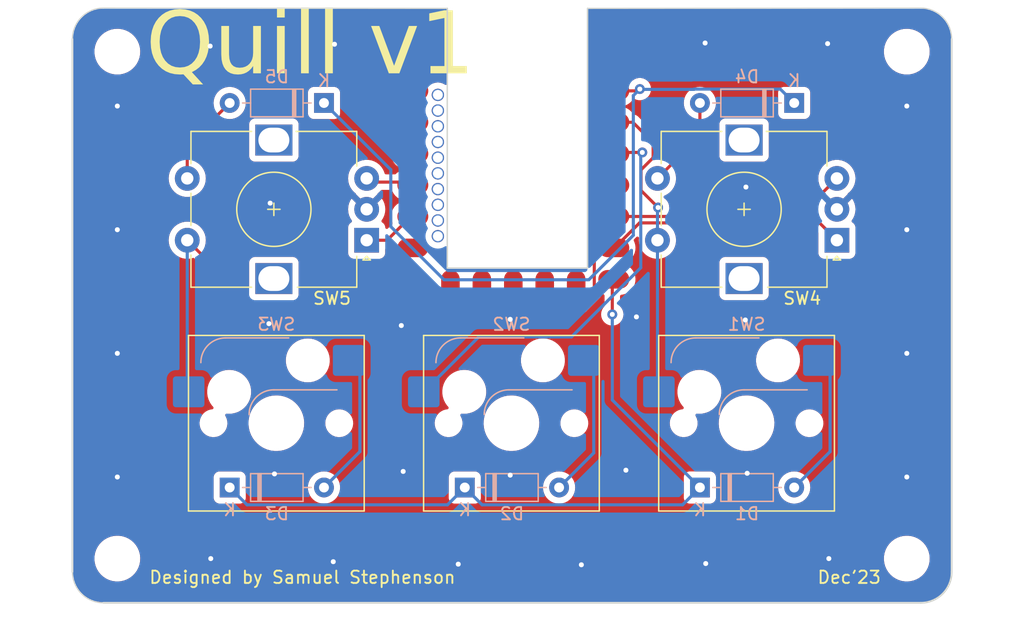
<source format=kicad_pcb>
(kicad_pcb (version 20221018) (generator pcbnew)
  (layers (0 "F.Cu" signal) (31 "B.Cu" signal) (34 "B.Paste" user) (35 "F.Paste" user) (36 "B.SilkS" user "B.Silkscreen") (37 "F.SilkS" user "F.Silkscreen") (38 "B.Mask" user) (39 "F.Mask" user) (44 "Edge.Cuts" user))
  (net 0 "")
  (net 1 "Row1")
  (net 2 "Net-(D2-A)")
  (net 3 "Net-(D3-A)")
  (net 4 "Net-(D4-A)")
  (net 5 "Net-(D5-A)")
  (net 6 "Col1")
  (net 7 "Col2")
  (net 8 "Col3")
  (net 9 "ENC1A")
  (net 10 "ENC1B")
  (net 11 "GND")
  (net 12 "ENC2A")
  (net 13 "ENC2B")
  (net 14 "unconnected-(U1-GP1_UART0_RX-Pad1)")
  (net 27 "/SW1")
  (net 28 "Row2")
  (footprint "MountingHole:MountingHole_3.2mm_M3" (layer "F.Cu") (at 87.5 131.75)
    (fp_text reference "MH3" hide)
    (fp_text value "MountingHole_3.2mm_M3")
    (pad "" np_thru_hole circle (at 0 0) (size 3.2 3.2) (drill 3.2) (layers "*.Cu" "*.Mask"))
  )
  (footprint "Rotary_Encoder:RotaryEncoder_Alps_EC12E-Switch_Vertical_H20mm" (layer "F.Cu") (at 145.65 106 180)
    (fp_text reference "SW4" (at 2.8 -4.7) (layer "F.SilkS"))
    (fp_text value "RotaryEncoder_Switch")
    (fp_line (start -0.3 -1.6) (end 0.3 -1.6) (stroke (width 0.12)) (layer "F.SilkS"))
    (fp_line (start 0 -1.3) (end -0.3 -1.6) (stroke (width 0.12)) (layer "F.SilkS"))
    (fp_line (start 0.3 -1.6) (end 0 -1.3) (stroke (width 0.12)) (layer "F.SilkS"))
    (fp_line (start 0.8 -3.8) (end 0.8 -1.3) (stroke (width 0.12)) (layer "F.SilkS"))
    (fp_line (start 0.8 8.8) (end 0.8 6) (stroke (width 0.12)) (layer "F.SilkS"))
    (fp_line (start 5.6 -3.8) (end 0.8 -3.8) (stroke (width 0.12)) (layer "F.SilkS"))
    (fp_line (start 5.7 8.8) (end 0.8 8.8) (stroke (width 0.12)) (layer "F.SilkS"))
    (fp_line (start 7 2.5) (end 8 2.5) (stroke (width 0.12)) (layer "F.SilkS"))
    (fp_line (start 7.5 2) (end 7.5 3) (stroke (width 0.12)) (layer "F.SilkS"))
    (fp_line (start 9.3 -3.8) (end 14.2 -3.8) (stroke (width 0.12)) (layer "F.SilkS"))
    (fp_line (start 14.2 -3.8) (end 14.2 -1.2) (stroke (width 0.12)) (layer "F.SilkS"))
    (fp_line (start 14.2 1.2) (end 14.2 3.8) (stroke (width 0.12)) (layer "F.SilkS"))
    (fp_line (start 14.2 6.2) (end 14.2 8.8) (stroke (width 0.12)) (layer "F.SilkS"))
    (fp_line (start 14.2 8.8) (end 9.3 8.8) (stroke (width 0.12)) (layer "F.SilkS"))
    (fp_circle (center 7.5 2.5) (end 10.5 2.5) (stroke (width 0.12)) (fill none) (layer "F.SilkS"))
    (pad "A" thru_hole rect (at 0 0 180) (size 2 2) (drill 1) (layers "*.Cu" "*.Mask") (net 9 "ENC1A"))
    (pad "B" thru_hole circle (at 0 5 180) (size 2 2) (drill 1) (layers "*.Cu" "*.Mask") (net 10 "ENC1B"))
    (pad "C" thru_hole circle (at 0 2.5 180) (size 2 2) (drill 1) (layers "*.Cu" "*.Mask") (net 11 "GND"))
    (pad "MP" thru_hole rect (at 7.5 -3.1 180) (size 3 2.5) (drill oval 2.5 2) (layers "*.Cu" "*.Mask"))
    (pad "MP" thru_hole rect (at 7.5 8.1 180) (size 3 2.5) (drill oval 2.5 2) (layers "*.Cu" "*.Mask"))
    (pad "S1" thru_hole circle (at 14.5 0 180) (size 2 2) (drill 1) (layers "*.Cu" "*.Mask") (net 6 "Col1"))
    (pad "S2" thru_hole circle (at 14.5 5 180) (size 2 2) (drill 1) (layers "*.Cu" "*.Mask") (net 4 "Net-(D4-A)"))
  )
  (footprint "MountingHole:MountingHole_3.2mm_M3" (layer "F.Cu") (at 151.3 90.75)
    (fp_text reference "MH2" hide)
    (fp_text value "MountingHole_3.2mm_M3")
    (pad "" np_thru_hole circle (at 0 0) (size 3.2 3.2) (drill 3.2) (layers "*.Cu" "*.Mask"))
  )
  (footprint "MountingHole:MountingHole_3.2mm_M3" (layer "F.Cu") (at 87.5 90.75)
    (fp_text reference "MH1" hide)
    (fp_text value "MountingHole_3.2mm_M3")
    (pad "" np_thru_hole circle (at 0 0) (size 3.2 3.2) (drill 3.2) (layers "*.Cu" "*.Mask"))
  )
  (footprint "MountingHole:MountingHole_3.2mm_M3" (layer "F.Cu") (at 151.3 131.75)
    (fp_text reference "MH4" hide)
    (fp_text value "MountingHole_3.2mm_M3")
    (pad "" np_thru_hole circle (at 0 0) (size 3.2 3.2) (drill 3.2) (layers "*.Cu" "*.Mask"))
  )
  (footprint "mcu:rp2040-zero-smd-pads" (layer "F.Cu") (at 119.5 99)
    (fp_text reference "U1" hide)
    (fp_text value "~" hide)
    (fp_line (start -5.334 -11.75) (end -5.334 9.25) (stroke (width 0.12)) (layer "Edge.Cuts"))
    (fp_line (start -5.334 9.25) (end 6 9.25) (stroke (width 0.12)) (layer "Edge.Cuts"))
    (fp_line (start 6 9.25) (end 6 -11.75) (stroke (width 0.12)) (layer "Edge.Cuts"))
    (pad "0" smd oval (at 7.62 -10.16 180) (size 2.5 1.5) (drill (offset -0.5 0)) (layers "F.Cu" "F.Paste" "F.Mask"))
    (pad "1" smd oval (at 7.62 -7.62 180) (size 2.5 1.5) (drill (offset -0.5 0)) (layers "F.Cu" "F.Paste" "F.Mask") (net 14 "unconnected-(U1-GP1_UART0_RX-Pad1)"))
    (pad "2" smd oval (at 7.62 -5.08 180) (size 2.5 1.5) (drill (offset -0.5 0)) (layers "F.Cu" "F.Paste" "F.Mask") (net 28 "Row2"))
    (pad "3" smd oval (at 7.62 -2.54 180) (size 2.5 1.5) (drill (offset -0.5 0)) (layers "F.Cu" "F.Paste" "F.Mask") (net 6 "Col1"))
    (pad "3V3" smd oval (at -7.62 -5.08) (size 2.5 1.5) (drill (offset -0.5 0)) (layers "F.Cu" "F.Paste" "F.Mask"))
    (pad "4" smd oval (at 7.62 0 180) (size 2.5 1.5) (drill (offset -0.5 0)) (layers "F.Cu" "F.Paste" "F.Mask") (net 7 "Col2"))
    (pad "5" smd oval (at 7.62 2.54 180) (size 2.5 1.5) (drill (offset -0.5 0)) (layers "F.Cu" "F.Paste" "F.Mask") (net 8 "Col3"))
    (pad "5V" smd oval (at -7.62 -10.16) (size 2.5 1.5) (drill (offset -0.5 0)) (layers "F.Cu" "F.Paste" "F.Mask"))
    (pad "6" smd oval (at 7.62 5.08 180) (size 2.5 1.5) (drill (offset -0.5 0)) (layers "F.Cu" "F.Paste" "F.Mask") (net 10 "ENC1B"))
    (pad "7" smd oval (at 7.62 7.62 180) (size 2.5 1.5) (drill (offset -0.5 0)) (layers "F.Cu" "F.Paste" "F.Mask") (net 9 "ENC1A"))
    (pad "8" smd oval (at 7.62 10.16 180) (size 2.5 1.5) (drill (offset -0.5 0)) (layers "F.Cu" "F.Paste" "F.Mask") (net 1 "Row1"))
    (pad "9" smd oval (at 5.08 10.16 90) (size 2.5 1.5) (drill (offset -0.5 0)) (layers "F.Cu" "F.Paste" "F.Mask"))
    (pad "10" smd oval (at 2.54 10.16 90) (size 2.5 1.5) (drill (offset -0.5 0)) (layers "F.Cu" "F.Paste" "F.Mask"))
    (pad "11" smd oval (at 0 10.16 90) (size 2.5 1.5) (drill (offset -0.5 0)) (layers "F.Cu" "F.Paste" "F.Mask"))
    (pad "12" smd oval (at -2.54 10.16 90) (size 2.5 1.5) (drill (offset -0.5 0)) (layers "F.Cu" "F.Paste" "F.Mask"))
    (pad "13" smd oval (at -5.08 10.16 90) (size 2.5 1.5) (drill (offset -0.5 0)) (layers "F.Cu" "F.Paste" "F.Mask"))
    (pad "14" smd oval (at -7.62 10.16) (size 2.5 1.5) (drill (offset -0.5 0)) (layers "F.Cu" "F.Paste" "F.Mask"))
    (pad "15" smd oval (at -7.62 7.62) (size 2.5 1.5) (drill (offset -0.5 0)) (layers "F.Cu" "F.Paste" "F.Mask"))
    (pad "17" thru_hole circle (at -6.096 6.674) (size 1 1) (drill 0.8) (layers "*.Cu" "*.Mask") (net 12 "ENC2A"))
    (pad "18" thru_hole circle (at -6.096 5.404) (size 1 1) (drill 0.8) (layers "*.Cu" "*.Mask") (net 13 "ENC2B"))
    (pad "19" thru_hole circle (at -6.096 4.134) (size 1 1) (drill 0.8) (layers "*.Cu" "*.Mask"))
    (pad "20" thru_hole circle (at -6.096 2.864) (size 1 1) (drill 0.8) (layers "*.Cu" "*.Mask"))
    (pad "21" thru_hole circle (at -6.096 1.594) (size 1 1) (drill 0.8) (layers "*.Cu" "*.Mask"))
    (pad "22" thru_hole circle (at -6.096 0.324) (size 1 1) (drill 0.8) (layers "*.Cu" "*.Mask") (net 11 "GND"))
    (pad "23" thru_hole circle (at -6.096 -0.946) (size 1 1) (drill 0.8) (layers "*.Cu" "*.Mask"))
    (pad "24" thru_hole circle (at -6.096 -2.216) (size 1 1) (drill 0.8) (layers "*.Cu" "*.Mask"))
    (pad "25" thru_hole circle (at -6.096 -3.486) (size 1 1) (drill 0.8) (layers "*.Cu" "*.Mask"))
    (pad "26" smd oval (at -7.62 5.08) (size 2.5 1.5) (drill (offset -0.5 0)) (layers "F.Cu" "F.Paste" "F.Mask") (net 12 "ENC2A"))
    (pad "27" smd oval (at -7.62 2.54) (size 2.5 1.5) (drill (offset -0.5 0)) (layers "F.Cu" "F.Paste" "F.Mask") (net 13 "ENC2B"))
    (pad "28" smd oval (at -7.62 0) (size 2.5 1.5) (drill (offset -0.5 0)) (layers "F.Cu" "F.Paste" "F.Mask"))
    (pad "29" smd oval (at -7.62 -2.54) (size 2.5 1.5) (drill (offset -0.5 0)) (layers "F.Cu" "F.Paste" "F.Mask"))
    (pad "GND" smd oval (at -7.62 -7.62) (size 2.5 1.5) (drill (offset -0.5 0)) (layers "F.Cu" "F.Paste" "F.Mask"))
    (pad "GND" thru_hole circle (at -6.096 -4.756) (size 1 1) (drill 0.8) (layers "*.Cu" "*.Mask"))
  )
  (footprint "Rotary_Encoder:RotaryEncoder_Alps_EC12E-Switch_Vertical_H20mm" (layer "F.Cu") (at 107.65 106 180)
    (fp_text reference "SW5" (at 2.8 -4.7) (layer "F.SilkS"))
    (fp_text value "RotaryEncoder_Switch")
    (fp_line (start -0.3 -1.6) (end 0.3 -1.6) (stroke (width 0.12)) (layer "F.SilkS"))
    (fp_line (start 0 -1.3) (end -0.3 -1.6) (stroke (width 0.12)) (layer "F.SilkS"))
    (fp_line (start 0.3 -1.6) (end 0 -1.3) (stroke (width 0.12)) (layer "F.SilkS"))
    (fp_line (start 0.8 -3.8) (end 0.8 -1.3) (stroke (width 0.12)) (layer "F.SilkS"))
    (fp_line (start 0.8 8.8) (end 0.8 6) (stroke (width 0.12)) (layer "F.SilkS"))
    (fp_line (start 5.6 -3.8) (end 0.8 -3.8) (stroke (width 0.12)) (layer "F.SilkS"))
    (fp_line (start 5.7 8.8) (end 0.8 8.8) (stroke (width 0.12)) (layer "F.SilkS"))
    (fp_line (start 7 2.5) (end 8 2.5) (stroke (width 0.12)) (layer "F.SilkS"))
    (fp_line (start 7.5 2) (end 7.5 3) (stroke (width 0.12)) (layer "F.SilkS"))
    (fp_line (start 9.3 -3.8) (end 14.2 -3.8) (stroke (width 0.12)) (layer "F.SilkS"))
    (fp_line (start 14.2 -3.8) (end 14.2 -1.2) (stroke (width 0.12)) (layer "F.SilkS"))
    (fp_line (start 14.2 1.2) (end 14.2 3.8) (stroke (width 0.12)) (layer "F.SilkS"))
    (fp_line (start 14.2 6.2) (end 14.2 8.8) (stroke (width 0.12)) (layer "F.SilkS"))
    (fp_line (start 14.2 8.8) (end 9.3 8.8) (stroke (width 0.12)) (layer "F.SilkS"))
    (fp_circle (center 7.5 2.5) (end 10.5 2.5) (stroke (width 0.12)) (fill none) (layer "F.SilkS"))
    (pad "A" thru_hole rect (at 0 0 180) (size 2 2) (drill 1) (layers "*.Cu" "*.Mask") (net 12 "ENC2A"))
    (pad "B" thru_hole circle (at 0 5 180) (size 2 2) (drill 1) (layers "*.Cu" "*.Mask") (net 13 "ENC2B"))
    (pad "C" thru_hole circle (at 0 2.5 180) (size 2 2) (drill 1) (layers "*.Cu" "*.Mask") (net 11 "GND"))
    (pad "MP" thru_hole rect (at 7.5 -3.1 180) (size 3 2.5) (drill oval 2.5 2) (layers "*.Cu" "*.Mask"))
    (pad "MP" thru_hole rect (at 7.5 8.1 180) (size 3 2.5) (drill oval 2.5 2) (layers "*.Cu" "*.Mask"))
    (pad "S1" thru_hole circle (at 14.5 0 180) (size 2 2) (drill 1) (layers "*.Cu" "*.Mask") (net 8 "Col3"))
    (pad "S2" thru_hole circle (at 14.5 5 180) (size 2 2) (drill 1) (layers "*.Cu" "*.Mask") (net 5 "Net-(D5-A)"))
  )
  (footprint "Diode_THT:D_DO-35_SOD27_P7.62mm_Horizontal" (layer "B.Cu") (at 104.2 94.9 180)
    (fp_text reference "D5" (at 3.81 2.12) (layer "B.SilkS") (effects (justify mirror)))
    (fp_text value "1N4148")
    (fp_text user "K" (at 0 1.8) (layer "B.SilkS") (effects (justify mirror)))
    (fp_line (start 1.04 0) (end 1.69 0) (stroke (width 0.12)) (layer "B.SilkS"))
    (fp_line (start 1.69 -1.12) (end 5.93 -1.12) (stroke (width 0.12)) (layer "B.SilkS"))
    (fp_line (start 1.69 1.12) (end 1.69 -1.12) (stroke (width 0.12)) (layer "B.SilkS"))
    (fp_line (start 2.29 1.12) (end 2.29 -1.12) (stroke (width 0.12)) (layer "B.SilkS"))
    (fp_line (start 2.41 1.12) (end 2.41 -1.12) (stroke (width 0.12)) (layer "B.SilkS"))
    (fp_line (start 2.53 1.12) (end 2.53 -1.12) (stroke (width 0.12)) (layer "B.SilkS"))
    (fp_line (start 5.93 -1.12) (end 5.93 1.12) (stroke (width 0.12)) (layer "B.SilkS"))
    (fp_line (start 5.93 1.12) (end 1.69 1.12) (stroke (width 0.12)) (layer "B.SilkS"))
    (fp_line (start 6.58 0) (end 5.93 0) (stroke (width 0.12)) (layer "B.SilkS"))
    (pad "1" thru_hole rect (at 0 0 180) (size 1.6 1.6) (drill 0.8) (layers "*.Cu" "*.Mask") (net 28 "Row2"))
    (pad "2" thru_hole oval (at 7.62 0 180) (size 1.6 1.6) (drill 0.8) (layers "*.Cu" "*.Mask") (net 5 "Net-(D5-A)"))
  )
  (footprint "Diode_THT:D_DO-35_SOD27_P7.62mm_Horizontal" (layer "B.Cu") (at 134.58 126)
    (fp_text reference "D1" (at 3.81 2.12) (layer "B.SilkS") (effects (justify mirror)))
    (fp_text value "1N4148")
    (fp_text user "K" (at 0 1.8) (layer "B.SilkS") (effects (justify mirror)))
    (fp_line (start 1.04 0) (end 1.69 0) (stroke (width 0.12)) (layer "B.SilkS"))
    (fp_line (start 1.69 -1.12) (end 5.93 -1.12) (stroke (width 0.12)) (layer "B.SilkS"))
    (fp_line (start 1.69 1.12) (end 1.69 -1.12) (stroke (width 0.12)) (layer "B.SilkS"))
    (fp_line (start 2.29 1.12) (end 2.29 -1.12) (stroke (width 0.12)) (layer "B.SilkS"))
    (fp_line (start 2.41 1.12) (end 2.41 -1.12) (stroke (width 0.12)) (layer "B.SilkS"))
    (fp_line (start 2.53 1.12) (end 2.53 -1.12) (stroke (width 0.12)) (layer "B.SilkS"))
    (fp_line (start 5.93 -1.12) (end 5.93 1.12) (stroke (width 0.12)) (layer "B.SilkS"))
    (fp_line (start 5.93 1.12) (end 1.69 1.12) (stroke (width 0.12)) (layer "B.SilkS"))
    (fp_line (start 6.58 0) (end 5.93 0) (stroke (width 0.12)) (layer "B.SilkS"))
    (pad "1" thru_hole rect (at 0 0) (size 1.6 1.6) (drill 0.8) (layers "*.Cu" "*.Mask") (net 1 "Row1"))
    (pad "2" thru_hole oval (at 7.62 0) (size 1.6 1.6) (drill 0.8) (layers "*.Cu" "*.Mask") (net 27 "/SW1"))
  )
  (footprint "Diode_THT:D_DO-35_SOD27_P7.62mm_Horizontal" (layer "B.Cu") (at 142.2 94.9 180)
    (fp_text reference "D4" (at 3.81 2.12) (layer "B.SilkS") (effects (justify mirror)))
    (fp_text value "1N4148")
    (fp_text user "K" (at 0 1.8) (layer "B.SilkS") (effects (justify mirror)))
    (fp_line (start 1.04 0) (end 1.69 0) (stroke (width 0.12)) (layer "B.SilkS"))
    (fp_line (start 1.69 -1.12) (end 5.93 -1.12) (stroke (width 0.12)) (layer "B.SilkS"))
    (fp_line (start 1.69 1.12) (end 1.69 -1.12) (stroke (width 0.12)) (layer "B.SilkS"))
    (fp_line (start 2.29 1.12) (end 2.29 -1.12) (stroke (width 0.12)) (layer "B.SilkS"))
    (fp_line (start 2.41 1.12) (end 2.41 -1.12) (stroke (width 0.12)) (layer "B.SilkS"))
    (fp_line (start 2.53 1.12) (end 2.53 -1.12) (stroke (width 0.12)) (layer "B.SilkS"))
    (fp_line (start 5.93 -1.12) (end 5.93 1.12) (stroke (width 0.12)) (layer "B.SilkS"))
    (fp_line (start 5.93 1.12) (end 1.69 1.12) (stroke (width 0.12)) (layer "B.SilkS"))
    (fp_line (start 6.58 0) (end 5.93 0) (stroke (width 0.12)) (layer "B.SilkS"))
    (pad "1" thru_hole rect (at 0 0 180) (size 1.6 1.6) (drill 0.8) (layers "*.Cu" "*.Mask") (net 28 "Row2"))
    (pad "2" thru_hole oval (at 7.62 0 180) (size 1.6 1.6) (drill 0.8) (layers "*.Cu" "*.Mask") (net 4 "Net-(D4-A)"))
  )
  (footprint "Diode_THT:D_DO-35_SOD27_P7.62mm_Horizontal" (layer "B.Cu") (at 115.58 126)
    (fp_text reference "D2" (at 3.81 2.12) (layer "B.SilkS") (effects (justify mirror)))
    (fp_text value "1N4148")
    (fp_text user "K" (at 0 1.8) (layer "B.SilkS") (effects (justify mirror)))
    (fp_line (start 1.04 0) (end 1.69 0) (stroke (width 0.12)) (layer "B.SilkS"))
    (fp_line (start 1.69 -1.12) (end 5.93 -1.12) (stroke (width 0.12)) (layer "B.SilkS"))
    (fp_line (start 1.69 1.12) (end 1.69 -1.12) (stroke (width 0.12)) (layer "B.SilkS"))
    (fp_line (start 2.29 1.12) (end 2.29 -1.12) (stroke (width 0.12)) (layer "B.SilkS"))
    (fp_line (start 2.41 1.12) (end 2.41 -1.12) (stroke (width 0.12)) (layer "B.SilkS"))
    (fp_line (start 2.53 1.12) (end 2.53 -1.12) (stroke (width 0.12)) (layer "B.SilkS"))
    (fp_line (start 5.93 -1.12) (end 5.93 1.12) (stroke (width 0.12)) (layer "B.SilkS"))
    (fp_line (start 5.93 1.12) (end 1.69 1.12) (stroke (width 0.12)) (layer "B.SilkS"))
    (fp_line (start 6.58 0) (end 5.93 0) (stroke (width 0.12)) (layer "B.SilkS"))
    (pad "1" thru_hole rect (at 0 0) (size 1.6 1.6) (drill 0.8) (layers "*.Cu" "*.Mask") (net 1 "Row1"))
    (pad "2" thru_hole oval (at 7.62 0) (size 1.6 1.6) (drill 0.8) (layers "*.Cu" "*.Mask") (net 2 "Net-(D2-A)"))
  )
  (footprint "Diode_THT:D_DO-35_SOD27_P7.62mm_Horizontal" (layer "B.Cu") (at 96.58 126)
    (fp_text reference "D3" (at 3.81 2.12) (layer "B.SilkS") (effects (justify mirror)))
    (fp_text value "1N4148")
    (fp_text user "K" (at 0 1.8) (layer "B.SilkS") (effects (justify mirror)))
    (fp_line (start 1.04 0) (end 1.69 0) (stroke (width 0.12)) (layer "B.SilkS"))
    (fp_line (start 1.69 -1.12) (end 5.93 -1.12) (stroke (width 0.12)) (layer "B.SilkS"))
    (fp_line (start 1.69 1.12) (end 1.69 -1.12) (stroke (width 0.12)) (layer "B.SilkS"))
    (fp_line (start 2.29 1.12) (end 2.29 -1.12) (stroke (width 0.12)) (layer "B.SilkS"))
    (fp_line (start 2.41 1.12) (end 2.41 -1.12) (stroke (width 0.12)) (layer "B.SilkS"))
    (fp_line (start 2.53 1.12) (end 2.53 -1.12) (stroke (width 0.12)) (layer "B.SilkS"))
    (fp_line (start 5.93 -1.12) (end 5.93 1.12) (stroke (width 0.12)) (layer "B.SilkS"))
    (fp_line (start 5.93 1.12) (end 1.69 1.12) (stroke (width 0.12)) (layer "B.SilkS"))
    (fp_line (start 6.58 0) (end 5.93 0) (stroke (width 0.12)) (layer "B.SilkS"))
    (pad "1" thru_hole rect (at 0 0) (size 1.6 1.6) (drill 0.8) (layers "*.Cu" "*.Mask") (net 1 "Row1"))
    (pad "2" thru_hole oval (at 7.62 0) (size 1.6 1.6) (drill 0.8) (layers "*.Cu" "*.Mask") (net 3 "Net-(D3-A)"))
  )
  (footprint "PCM_Switch_Keyboard_Hotswap_Kailh:SW_Hotswap_Kailh_MX_1.00u" (layer "B.Cu") (at 99.75 117)
    (fp_text reference "SW3" (at 0.6 -4.200001) (layer "B.SilkS") (effects (justify mirror)))
    (fp_text value "SW_SPST")
    (fp_line (start -3.5 -3.100001) (end 1.6 -3.100001) (stroke (width 0.12)) (layer "B.SilkS"))
    (fp_line (start 0.4 1.099999) (end 5.5 1.099999) (stroke (width 0.12)) (layer "B.SilkS"))
    (fp_arc (start -5.5 -1.100001) (mid -4.914214 -2.514215) (end -3.5 -3.100001) (stroke (width 0.12)) (layer "B.SilkS"))
    (fp_arc (start -1.6 3.099999) (mid -1.014214 1.685785) (end 0.4 1.099999) (stroke (width 0.12)) (layer "B.SilkS"))
    (fp_line (start -6.5 -3.300001) (end -6.5 10.899999) (stroke (width 0.12)) (layer "F.SilkS"))
    (fp_line (start -6.5 10.899999) (end 7.7 10.899999) (stroke (width 0.12)) (layer "F.SilkS"))
    (fp_line (start 7.7 -3.300001) (end -6.5 -3.300001) (stroke (width 0.12)) (layer "F.SilkS"))
    (fp_line (start 7.7 10.899999) (end 7.7 -3.300001) (stroke (width 0.12)) (layer "F.SilkS"))
    (pad "" np_thru_hole circle (at -4.48 3.799999 180) (size 1.75 1.75) (drill 1.75) (layers "*.Cu" "*.Mask"))
    (pad "" np_thru_hole circle (at -3.21 1.259999 180) (size 3.05 3.05) (drill 3.05) (layers "*.Cu" "*.Mask"))
    (pad "" np_thru_hole circle (at 0.6 3.799999 180) (size 4 4) (drill 4) (layers "*.Cu" "*.Mask"))
    (pad "" np_thru_hole circle (at 3.14 -1.280001 180) (size 3.05 3.05) (drill 3.05) (layers "*.Cu" "*.Mask"))
    (pad "" np_thru_hole circle (at 5.68 3.799999 180) (size 1.75 1.75) (drill 1.75) (layers "*.Cu" "*.Mask"))
    (pad "1" smd roundrect (at -6.485 1.259999 180) (size 2.55 2.5) (layers "B.Cu" "B.Paste" "B.Mask") (roundrect_rratio 0.1) (net 8 "Col3"))
    (pad "2" smd roundrect (at 6.442 -1.280001 180) (size 2.55 2.5) (layers "B.Cu" "B.Paste" "B.Mask") (roundrect_rratio 0.1) (net 3 "Net-(D3-A)"))
  )
  (footprint "PCM_Switch_Keyboard_Hotswap_Kailh:SW_Hotswap_Kailh_MX_1.00u" (layer "B.Cu") (at 118.75 117)
    (fp_text reference "SW2" (at 0.6 -4.200001) (layer "B.SilkS") (effects (justify mirror)))
    (fp_text value "SW_SPST")
    (fp_line (start -3.5 -3.100001) (end 1.6 -3.100001) (stroke (width 0.12)) (layer "B.SilkS"))
    (fp_line (start 0.4 1.099999) (end 5.5 1.099999) (stroke (width 0.12)) (layer "B.SilkS"))
    (fp_arc (start -5.5 -1.100001) (mid -4.914214 -2.514215) (end -3.5 -3.100001) (stroke (width 0.12)) (layer "B.SilkS"))
    (fp_arc (start -1.6 3.099999) (mid -1.014214 1.685785) (end 0.4 1.099999) (stroke (width 0.12)) (layer "B.SilkS"))
    (fp_line (start -6.5 -3.300001) (end -6.5 10.899999) (stroke (width 0.12)) (layer "F.SilkS"))
    (fp_line (start -6.5 10.899999) (end 7.7 10.899999) (stroke (width 0.12)) (layer "F.SilkS"))
    (fp_line (start 7.7 -3.300001) (end -6.5 -3.300001) (stroke (width 0.12)) (layer "F.SilkS"))
    (fp_line (start 7.7 10.899999) (end 7.7 -3.300001) (stroke (width 0.12)) (layer "F.SilkS"))
    (pad "" np_thru_hole circle (at -4.48 3.799999 180) (size 1.75 1.75) (drill 1.75) (layers "*.Cu" "*.Mask"))
    (pad "" np_thru_hole circle (at -3.21 1.259999 180) (size 3.05 3.05) (drill 3.05) (layers "*.Cu" "*.Mask"))
    (pad "" np_thru_hole circle (at 0.6 3.799999 180) (size 4 4) (drill 4) (layers "*.Cu" "*.Mask"))
    (pad "" np_thru_hole circle (at 3.14 -1.280001 180) (size 3.05 3.05) (drill 3.05) (layers "*.Cu" "*.Mask"))
    (pad "" np_thru_hole circle (at 5.68 3.799999 180) (size 1.75 1.75) (drill 1.75) (layers "*.Cu" "*.Mask"))
    (pad "1" smd roundrect (at -6.485 1.259999 180) (size 2.55 2.5) (layers "B.Cu" "B.Paste" "B.Mask") (roundrect_rratio 0.1) (net 7 "Col2"))
    (pad "2" smd roundrect (at 6.442 -1.280001 180) (size 2.55 2.5) (layers "B.Cu" "B.Paste" "B.Mask") (roundrect_rratio 0.1) (net 2 "Net-(D2-A)"))
  )
  (footprint "PCM_Switch_Keyboard_Hotswap_Kailh:SW_Hotswap_Kailh_MX_1.00u" (layer "B.Cu") (at 137.75 117)
    (fp_text reference "SW1" (at 0.6 -4.200001) (layer "B.SilkS") (effects (justify mirror)))
    (fp_text value "SW_SPST")
    (fp_line (start -3.5 -3.100001) (end 1.6 -3.100001) (stroke (width 0.12)) (layer "B.SilkS"))
    (fp_line (start 0.4 1.099999) (end 5.5 1.099999) (stroke (width 0.12)) (layer "B.SilkS"))
    (fp_arc (start -5.5 -1.100001) (mid -4.914214 -2.514215) (end -3.5 -3.100001) (stroke (width 0.12)) (layer "B.SilkS"))
    (fp_arc (start -1.6 3.099999) (mid -1.014214 1.685785) (end 0.4 1.099999) (stroke (width 0.12)) (layer "B.SilkS"))
    (fp_line (start -6.5 -3.300001) (end -6.5 10.899999) (stroke (width 0.12)) (layer "F.SilkS"))
    (fp_line (start -6.5 10.899999) (end 7.7 10.899999) (stroke (width 0.12)) (layer "F.SilkS"))
    (fp_line (start 7.7 -3.300001) (end -6.5 -3.300001) (stroke (width 0.12)) (layer "F.SilkS"))
    (fp_line (start 7.7 10.899999) (end 7.7 -3.300001) (stroke (width 0.12)) (layer "F.SilkS"))
    (pad "" np_thru_hole circle (at -4.48 3.799999 180) (size 1.75 1.75) (drill 1.75) (layers "*.Cu" "*.Mask"))
    (pad "" np_thru_hole circle (at -3.21 1.259999 180) (size 3.05 3.05) (drill 3.05) (layers "*.Cu" "*.Mask"))
    (pad "" np_thru_hole circle (at 0.6 3.799999 180) (size 4 4) (drill 4) (layers "*.Cu" "*.Mask"))
    (pad "" np_thru_hole circle (at 3.14 -1.280001 180) (size 3.05 3.05) (drill 3.05) (layers "*.Cu" "*.Mask"))
    (pad "" np_thru_hole circle (at 5.68 3.799999 180) (size 1.75 1.75) (drill 1.75) (layers "*.Cu" "*.Mask"))
    (pad "1" smd roundrect (at -6.485 1.259999 180) (size 2.55 2.5) (layers "B.Cu" "B.Paste" "B.Mask") (roundrect_rratio 0.1) (net 6 "Col1"))
    (pad "2" smd roundrect (at 6.442 -1.280001 180) (size 2.55 2.5) (layers "B.Cu" "B.Paste" "B.Mask") (roundrect_rratio 0.1) (net 27 "/SW1"))
  )
  (gr_arc (start 83.875 89.725) (mid 84.607233 87.957234) (end 86.375 87.225) (stroke (width 0.1)) (layer "Edge.Cuts"))
  (gr_line (start 114.166 87.25) (end 86.375 87.225) (stroke (width 0.1)) (layer "Edge.Cuts"))
  (gr_line (start 125.5 87.25) (end 152.425 87.225) (stroke (width 0.1)) (layer "Edge.Cuts"))
  (gr_line (start 154.925 132.825) (end 154.925 89.725) (stroke (width 0.15)) (layer "Edge.Cuts"))
  (gr_arc (start 152.425 87.225) (mid 154.192766 87.957233) (end 154.925 89.725) (stroke (width 0.1)) (layer "Edge.Cuts"))
  (gr_line (start 86.375 135.325) (end 152.425 135.325) (stroke (width 0.15)) (layer "Edge.Cuts"))
  (gr_line (start 83.875 89.725) (end 83.875 132.825) (stroke (width 0.15)) (layer "Edge.Cuts"))
  (gr_arc (start 86.375 135.325) (mid 84.607234 134.592767) (end 83.875 132.825) (stroke (width 0.1)) (layer "Edge.Cuts"))
  (gr_arc (start 154.925 132.825) (mid 154.192767 134.592766) (end 152.425 135.325) (stroke (width 0.15)) (layer "Edge.Cuts"))
  (gr_text "Quill v1" (at 89.8 93.35) (layer "F.SilkS") (effects (font (size 5 5)) (justify left bottom)))
  (gr_text "Designed by Samuel Stephenson" (at 90 133.85) (layer "F.SilkS") (effects (font (size 1 1)) (justify left bottom)))
  (gr_text "Dec'23" (at 144 133.85) (layer "F.SilkS") (effects (font (size 1 1)) (justify left bottom)))
  (segment (start 127.5 109.54) (end 127.12 109.16) (width 0.25) (layer "F.Cu") (net 1))
  (segment (start 127.5 112) (end 127.5 109.54) (width 0.25) (layer "F.Cu") (net 1))
  (via (at 127.5 112) (size 0.8) (drill 0.4) (layers "F.Cu" "B.Cu") (net 1))
  (segment (start 114.18 127.4) (end 97.98 127.4) (width 0.25) (layer "B.Cu") (net 1))
  (segment (start 133.18 127.4) (end 116.98 127.4) (width 0.25) (layer "B.Cu") (net 1))
  (segment (start 97.98 127.4) (end 96.58 126) (width 0.25) (layer "B.Cu") (net 1))
  (segment (start 116.98 127.4) (end 115.58 126) (width 0.25) (layer "B.Cu") (net 1))
  (segment (start 127.5 118.92) (end 127.5 112) (width 0.25) (layer "B.Cu") (net 1))
  (segment (start 134.58 126) (end 127.5 118.92) (width 0.25) (layer "B.Cu") (net 1))
  (segment (start 115.58 126) (end 114.18 127.4) (width 0.25) (layer "B.Cu") (net 1))
  (segment (start 134.58 126) (end 133.18 127.4) (width 0.25) (layer "B.Cu") (net 1))
  (segment (start 126 116.527999) (end 126 123.2) (width 0.25) (layer "B.Cu") (net 2))
  (segment (start 126 123.2) (end 123.2 126) (width 0.25) (layer "B.Cu") (net 2))
  (segment (start 125.192 115.719999) (end 126 116.527999) (width 0.25) (layer "B.Cu") (net 2))
  (segment (start 107.1 116.627999) (end 107.1 123.1) (width 0.25) (layer "B.Cu") (net 3))
  (segment (start 107.1 123.1) (end 104.2 126) (width 0.25) (layer "B.Cu") (net 3))
  (segment (start 106.192 115.719999) (end 107.1 116.627999) (width 0.25) (layer "B.Cu") (net 3))
  (segment (start 134.58 97.57) (end 134.58 94.9) (width 0.25) (layer "F.Cu") (net 4))
  (segment (start 131.15 101) (end 134.58 97.57) (width 0.25) (layer "F.Cu") (net 4))
  (segment (start 93.15 101) (end 93.15 98.33) (width 0.25) (layer "F.Cu") (net 5))
  (segment (start 93.15 98.33) (end 96.58 94.9) (width 0.25) (layer "F.Cu") (net 5))
  (segment (start 129.825 100.300305) (end 130.8 99.325305) (width 0.25) (layer "F.Cu") (net 6))
  (segment (start 129.16 96.46) (end 127.12 96.46) (width 0.25) (layer "F.Cu") (net 6))
  (segment (start 130.8 99.325305) (end 130.8 98.1) (width 0.25) (layer "F.Cu") (net 6))
  (segment (start 131.2 103.3555) (end 129.825 101.9805) (width 0.25) (layer "F.Cu") (net 6))
  (segment (start 129.825 101.9805) (end 129.825 100.300305) (width 0.25) (layer "F.Cu") (net 6))
  (segment (start 130.8 98.1) (end 129.16 96.46) (width 0.25) (layer "F.Cu") (net 6))
  (via (at 131.2 103.3555) (size 0.8) (drill 0.4) (layers "F.Cu" "B.Cu") (net 6))
  (segment (start 131.15 103.4055) (end 131.15 106) (width 0.25) (layer "B.Cu") (net 6))
  (segment (start 131.15 118.144999) (end 131.15 106) (width 0.25) (layer "B.Cu") (net 6))
  (segment (start 131.2 103.3555) (end 131.15 103.4055) (width 0.25) (layer "B.Cu") (net 6))
  (segment (start 131.265 118.259999) (end 131.15 118.144999) (width 0.25) (layer "B.Cu") (net 6))
  (segment (start 129.9245 98.9) (end 127.22 98.9) (width 0.25) (layer "F.Cu") (net 7))
  (segment (start 127.22 98.9) (end 127.12 99) (width 0.25) (layer "F.Cu") (net 7))
  (via (at 129.9245 98.9) (size 0.8) (drill 0.4) (layers "F.Cu" "B.Cu") (net 7))
  (segment (start 129.8 108.225) (end 124.205001 113.819999) (width 0.25) (layer "B.Cu") (net 7))
  (segment (start 129.9245 98.9) (end 129.8 99.0245) (width 0.25) (layer "B.Cu") (net 7))
  (segment (start 116.705 113.819999) (end 112.265 118.259999) (width 0.25) (layer "B.Cu") (net 7))
  (segment (start 129.8 99.0245) (end 129.8 108.225) (width 0.25) (layer "B.Cu") (net 7))
  (segment (start 124.205001 113.819999) (end 116.705 113.819999) (width 0.25) (layer "B.Cu") (net 7))
  (segment (start 98.45 111.3) (end 93.15 106) (width 0.25) (layer "F.Cu") (net 8))
  (segment (start 127.12 101.54) (end 126.045 102.615) (width 0.25) (layer "F.Cu") (net 8))
  (segment (start 126.045 110.21528) (end 124.96028 111.3) (width 0.25) (layer "F.Cu") (net 8))
  (segment (start 126.045 102.615) (end 126.045 110.21528) (width 0.25) (layer "F.Cu") (net 8))
  (segment (start 124.96028 111.3) (end 98.45 111.3) (width 0.25) (layer "F.Cu") (net 8))
  (segment (start 93.265 118.259999) (end 93.15 118.144999) (width 0.25) (layer "B.Cu") (net 8))
  (segment (start 93.15 118.144999) (end 93.15 106) (width 0.25) (layer "B.Cu") (net 8))
  (segment (start 129.7 104.6) (end 127.68 106.62) (width 0.25) (layer "F.Cu") (net 9))
  (segment (start 127.68 106.62) (end 127.12 106.62) (width 0.25) (layer "F.Cu") (net 9))
  (segment (start 144.25 104.6) (end 129.7 104.6) (width 0.25) (layer "F.Cu") (net 9))
  (segment (start 145.65 106) (end 144.25 104.6) (width 0.25) (layer "F.Cu") (net 9))
  (segment (start 145.65 101) (end 142.57 104.08) (width 0.25) (layer "F.Cu") (net 10))
  (segment (start 142.57 104.08) (end 127.12 104.08) (width 0.25) (layer "F.Cu") (net 10))
  (via (at 87.5 105.15) (size 0.8) (drill 0.4) (layers "F.Cu" "B.Cu") (net 11))
  (via (at 125 132.25) (size 0.8) (drill 0.4) (layers "F.Cu" "B.Cu") (net 11))
  (via (at 135.05 132.15) (size 0.8) (drill 0.4) (layers "F.Cu" "B.Cu") (net 11))
  (via (at 138.25 112.45) (size 0.8) (drill 0.4) (layers "F.Cu" "B.Cu") (net 11))
  (via (at 99.85 103) (size 0.8) (drill 0.4) (layers "F.Cu" "B.Cu") (net 11))
  (via (at 138.4 124.85) (size 0.8) (drill 0.4) (layers "F.Cu" "B.Cu") (net 11))
  (via (at 115.05 132.2) (size 0.8) (drill 0.4) (layers "F.Cu" "B.Cu") (net 11))
  (via (at 151.3 105.15) (size 0.8) (drill 0.4) (layers "F.Cu" "B.Cu") (net 11))
  (via (at 95 90.3) (size 0.8) (drill 0.4) (layers "F.Cu" "B.Cu") (net 11))
  (via (at 151.3 125.15) (size 0.8) (drill 0.4) (layers "F.Cu" "B.Cu") (net 11))
  (via (at 119.25 112.4) (size 0.8) (drill 0.4) (layers "F.Cu" "B.Cu") (net 11))
  (via (at 119.25 125) (size 0.8) (drill 0.4) (layers "F.Cu" "B.Cu") (net 11))
  (via (at 110.6 124.7) (size 0.8) (drill 0.4) (layers "F.Cu" "B.Cu") (net 11))
  (via (at 145 131.75) (size 0.8) (drill 0.4) (layers "F.Cu" "B.Cu") (net 11))
  (via (at 95.05 131.75) (size 0.8) (drill 0.4) (layers "F.Cu" "B.Cu") (net 11))
  (via (at 135 90.05) (size 0.8) (drill 0.4) (layers "F.Cu" "B.Cu") (net 11))
  (via (at 87.5 95.15) (size 0.8) (drill 0.4) (layers "F.Cu" "B.Cu") (net 11))
  (via (at 100.2 124.9) (size 0.8) (drill 0.4) (layers "F.Cu" "B.Cu") (net 11))
  (via (at 138.3 101.7) (size 0.8) (drill 0.4) (layers "F.Cu" "B.Cu") (net 11))
  (via (at 129.45 112.2) (size 0.8) (drill 0.4) (layers "F.Cu" "B.Cu") (net 11))
  (via (at 144.9 90.1) (size 0.8) (drill 0.4) (layers "F.Cu" "B.Cu") (net 11))
  (via (at 110.45 112.9) (size 0.8) (drill 0.4) (layers "F.Cu" "B.Cu") (net 11))
  (via (at 104.95 132) (size 0.8) (drill 0.4) (layers "F.Cu" "B.Cu") (net 11))
  (via (at 87.5 125.15) (size 0.8) (drill 0.4) (layers "F.Cu" "B.Cu") (net 11))
  (via (at 128.6 124.6) (size 0.8) (drill 0.4) (layers "F.Cu" "B.Cu") (net 11))
  (via (at 105.05 90.15) (size 0.8) (drill 0.4) (layers "F.Cu" "B.Cu") (net 11))
  (via (at 99.75 112.75) (size 0.8) (drill 0.4) (layers "F.Cu" "B.Cu") (net 11))
  (via (at 87.5 115.15) (size 0.8) (drill 0.4) (layers "F.Cu" "B.Cu") (net 11))
  (via (at 151.3 115.15) (size 0.8) (drill 0.4) (layers "F.Cu" "B.Cu") (net 11))
  (via (at 151.3 95.15) (size 0.8) (drill 0.4) (layers "F.Cu" "B.Cu") (net 11))
  (segment (start 107.65 106) (end 109.3 106) (width 0.25) (layer "F.Cu") (net 12))
  (segment (start 111.22 104.08) (end 111.88 104.08) (width 0.25) (layer "F.Cu") (net 12))
  (segment (start 109.3 106) (end 111.22 104.08) (width 0.25) (layer "F.Cu") (net 12))
  (segment (start 107.65 101) (end 107.95 101.3) (width 0.25) (layer "F.Cu") (net 13))
  (segment (start 111.64 101.3) (end 111.88 101.54) (width 0.25) (layer "F.Cu") (net 13))
  (segment (start 107.95 101.3) (end 111.64 101.3) (width 0.25) (layer "F.Cu") (net 13))
  (segment (start 127.24 91.5) (end 127.12 91.38) (width 0.25) (layer "F.Cu") (net 14))
  (segment (start 144.192 115.719999) (end 145.1 116.627999) (width 0.25) (layer "B.Cu") (net 27))
  (segment (start 145.1 116.627999) (end 145.1 123.1) (width 0.25) (layer "B.Cu") (net 27))
  (segment (start 145.1 123.1) (end 142.2 126) (width 0.25) (layer "B.Cu") (net 27))
  (segment (start 129.725 93.775) (end 129.58 93.92) (width 0.25) (layer "F.Cu") (net 28))
  (segment (start 129.58 93.92) (end 127.12 93.92) (width 0.25) (layer "F.Cu") (net 28))
  (via (at 129.725 93.775) (size 0.8) (drill 0.4) (layers "F.Cu" "B.Cu") (net 28))
  (segment (start 129.2 105.6) (end 129.2 94.3) (width 0.25) (layer "B.Cu") (net 28))
  (segment (start 109.6 104.9) (end 113.9 109.2) (width 0.25) (layer "B.Cu") (net 28))
  (segment (start 109.6 100.3) (end 109.6 104.9) (width 0.25) (layer "B.Cu") (net 28))
  (segment (start 134.089009 93.8) (end 129.75 93.8) (width 0.25) (layer "B.Cu") (net 28))
  (segment (start 104.2 94.9) (end 109.6 100.3) (width 0.25) (layer "B.Cu") (net 28))
  (segment (start 142.2 94.9) (end 141.075 93.775) (width 0.25) (layer "B.Cu") (net 28))
  (segment (start 129.2 94.3) (end 129.725 93.775) (width 0.25) (layer "B.Cu") (net 28))
  (segment (start 129.75 93.8) (end 129.725 93.775) (width 0.25) (layer "B.Cu") (net 28))
  (segment (start 134.114009 93.775) (end 134.089009 93.8) (width 0.25) (layer "B.Cu") (net 28))
  (segment (start 113.9 109.2) (end 125.6 109.2) (width 0.25) (layer "B.Cu") (net 28))
  (segment (start 141.075 93.775) (end 134.114009 93.775) (width 0.25) (layer "B.Cu") (net 28))
  (segment (start 125.6 109.2) (end 129.2 105.6) (width 0.25) (layer "B.Cu") (net 28))
  (zone (net 11) (net_name "GND") (layers "F&B.Cu") (connect_pads (clearance 0.5)) (min_thickness 0.25) (fill yes (thermal_gap 0.5) (thermal_bridge_width 0.5))
    (polygon (pts (xy 114.15 87.25) (xy 86.3 87.25) (xy 85.6 87.35) (xy 84.95 87.7) (xy 84.4 88.15) (xy 84.05 88.8) (xy 83.85 89.65) (xy 83.85 132.85) (xy 84.05 133.75) (xy 84.55 134.55) (xy 85.4 135.15) (xy 86.4 135.3) (xy 152.55 135.3) (xy 153.65 135.05) (xy 154.4 134.4) (xy 154.9 133.4) (xy 154.9 89.65) (xy 154.8 88.95) (xy 154.45 88.25) (xy 153.9 87.7) (xy 153.25 87.35) (xy 152.45 87.25) (xy 125.5 87.25) (xy 125.5 108.25) (xy 114.2 108.25)))
  )
)
</source>
